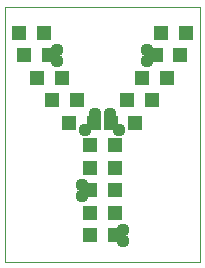
<source format=gts>
G75*
%MOIN*%
%OFA0B0*%
%FSLAX24Y24*%
%IPPOS*%
%LPD*%
%AMOC8*
5,1,8,0,0,1.08239X$1,22.5*
%
%ADD10C,0.0000*%
%ADD11R,0.0512X0.0512*%
%ADD12C,0.0437*%
D10*
X002392Y002517D02*
X002392Y011017D01*
X008892Y011017D01*
X008892Y002517D01*
X002392Y002517D01*
D11*
X005228Y003392D03*
X005228Y004142D03*
X005228Y004892D03*
X005228Y005642D03*
X005228Y006392D03*
X005368Y007142D03*
X005916Y007142D03*
X006055Y006392D03*
X006055Y005642D03*
X006055Y004892D03*
X006055Y004142D03*
X006055Y003392D03*
X006743Y007142D03*
X006478Y007892D03*
X006978Y008642D03*
X007305Y007892D03*
X007805Y008642D03*
X007416Y009392D03*
X007603Y010142D03*
X008243Y009392D03*
X008430Y010142D03*
X004805Y007892D03*
X004305Y008642D03*
X003978Y007892D03*
X003478Y008642D03*
X003868Y009392D03*
X003680Y010142D03*
X003041Y009392D03*
X002853Y010142D03*
X004541Y007142D03*
D12*
X005079Y006892D03*
X005392Y007454D03*
X005892Y007454D03*
X006204Y006892D03*
X004954Y005079D03*
X004954Y004704D03*
X006329Y003579D03*
X006329Y003204D03*
X007142Y009204D03*
X007142Y009579D03*
X004142Y009579D03*
X004142Y009204D03*
M02*

</source>
